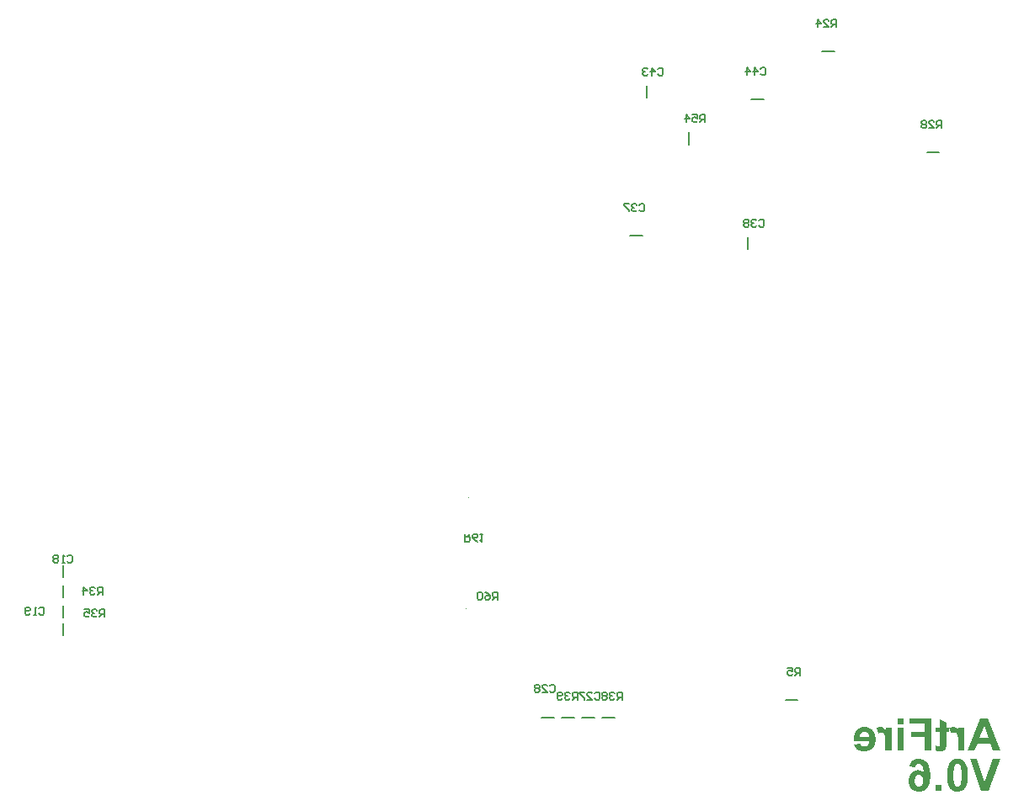
<source format=gbo>
%FSLAX25Y25*%
%MOIN*%
G70*
G01*
G75*
G04 Layer_Color=32896*
%ADD10R,0.09449X0.07087*%
%ADD11O,0.02756X0.09843*%
%ADD12R,0.03937X0.11417*%
%ADD13R,0.40945X0.31496*%
%ADD14R,0.05512X0.04724*%
%ADD15R,0.04724X0.05512*%
%ADD16R,0.21654X0.23228*%
%ADD17R,0.03543X0.07087*%
%ADD18R,0.04528X0.02362*%
%ADD19R,0.06693X0.06693*%
%ADD20R,0.09252X0.20276*%
%ADD21R,0.07992X0.08976*%
%ADD22R,0.09843X0.05512*%
%ADD23R,0.06693X0.06693*%
%ADD24R,0.19685X0.31496*%
%ADD25R,0.09449X0.03937*%
%ADD26R,0.09449X0.12992*%
%ADD27R,0.08465X0.11221*%
G04:AMPARAMS|DCode=28|XSize=11.81mil|YSize=59.06mil|CornerRadius=2.95mil|HoleSize=0mil|Usage=FLASHONLY|Rotation=90.000|XOffset=0mil|YOffset=0mil|HoleType=Round|Shape=RoundedRectangle|*
%AMROUNDEDRECTD28*
21,1,0.01181,0.05315,0,0,90.0*
21,1,0.00591,0.05906,0,0,90.0*
1,1,0.00591,0.02658,0.00295*
1,1,0.00591,0.02658,-0.00295*
1,1,0.00591,-0.02658,-0.00295*
1,1,0.00591,-0.02658,0.00295*
%
%ADD28ROUNDEDRECTD28*%
G04:AMPARAMS|DCode=29|XSize=11.81mil|YSize=59.06mil|CornerRadius=2.95mil|HoleSize=0mil|Usage=FLASHONLY|Rotation=180.000|XOffset=0mil|YOffset=0mil|HoleType=Round|Shape=RoundedRectangle|*
%AMROUNDEDRECTD29*
21,1,0.01181,0.05315,0,0,180.0*
21,1,0.00591,0.05906,0,0,180.0*
1,1,0.00591,-0.00295,0.02658*
1,1,0.00591,0.00295,0.02658*
1,1,0.00591,0.00295,-0.02658*
1,1,0.00591,-0.00295,-0.02658*
%
%ADD29ROUNDEDRECTD29*%
%ADD30R,0.07874X0.03150*%
%ADD31R,0.07874X0.02992*%
%ADD32O,0.06102X0.00984*%
%ADD33O,0.00984X0.06102*%
%ADD34O,0.08858X0.02362*%
%ADD35O,0.09843X0.02756*%
%ADD36R,0.07284X0.16339*%
%ADD37R,0.02362X0.04528*%
%ADD38R,0.20276X0.09252*%
G04:AMPARAMS|DCode=39|XSize=25.59mil|YSize=64.96mil|CornerRadius=1.92mil|HoleSize=0mil|Usage=FLASHONLY|Rotation=0.000|XOffset=0mil|YOffset=0mil|HoleType=Round|Shape=RoundedRectangle|*
%AMROUNDEDRECTD39*
21,1,0.02559,0.06112,0,0,0.0*
21,1,0.02175,0.06496,0,0,0.0*
1,1,0.00384,0.01088,-0.03056*
1,1,0.00384,-0.01088,-0.03056*
1,1,0.00384,-0.01088,0.03056*
1,1,0.00384,0.01088,0.03056*
%
%ADD39ROUNDEDRECTD39*%
%ADD40C,0.01000*%
%ADD41C,0.04000*%
%ADD42C,0.02000*%
%ADD43C,0.10000*%
%ADD44C,0.12000*%
%ADD45C,0.07874*%
%ADD46O,0.07874X0.03937*%
%ADD47O,0.07874X0.03937*%
%ADD48C,0.10000*%
%ADD49C,0.05906*%
%ADD50R,0.05906X0.05906*%
%ADD51C,0.06299*%
%ADD52C,0.11000*%
%ADD53C,0.15748*%
%ADD54R,0.07284X0.07284*%
%ADD55C,0.07284*%
%ADD56R,0.07874X0.07874*%
%ADD57C,0.11811*%
%ADD58C,0.01500*%
%ADD59C,0.01600*%
%ADD60C,0.03500*%
%ADD61C,0.06000*%
%ADD62C,0.03000*%
%ADD63C,0.07000*%
%ADD64R,0.02165X0.03543*%
%ADD65C,0.00984*%
%ADD66C,0.00787*%
%ADD67C,0.01969*%
%ADD68C,0.02362*%
%ADD69C,0.00800*%
%ADD70C,0.00600*%
%ADD71R,0.10249X0.07887*%
%ADD72O,0.03556X0.10642*%
%ADD73R,0.04737X0.12217*%
%ADD74R,0.41745X0.32296*%
%ADD75R,0.06312X0.05524*%
%ADD76R,0.05524X0.06312*%
%ADD77R,0.22453X0.24028*%
%ADD78R,0.04343X0.07887*%
%ADD79R,0.05328X0.03162*%
%ADD80R,0.07493X0.07493*%
%ADD81R,0.10052X0.21076*%
%ADD82R,0.08792X0.09776*%
%ADD83R,0.10642X0.06312*%
%ADD84R,0.07493X0.07493*%
%ADD85R,0.20485X0.32296*%
%ADD86R,0.10249X0.04737*%
%ADD87R,0.10249X0.13792*%
%ADD88R,0.09265X0.12020*%
G04:AMPARAMS|DCode=89|XSize=19.81mil|YSize=67.06mil|CornerRadius=6.95mil|HoleSize=0mil|Usage=FLASHONLY|Rotation=90.000|XOffset=0mil|YOffset=0mil|HoleType=Round|Shape=RoundedRectangle|*
%AMROUNDEDRECTD89*
21,1,0.01981,0.05315,0,0,90.0*
21,1,0.00591,0.06706,0,0,90.0*
1,1,0.01391,0.02658,0.00295*
1,1,0.01391,0.02658,-0.00295*
1,1,0.01391,-0.02658,-0.00295*
1,1,0.01391,-0.02658,0.00295*
%
%ADD89ROUNDEDRECTD89*%
G04:AMPARAMS|DCode=90|XSize=19.81mil|YSize=67.06mil|CornerRadius=6.95mil|HoleSize=0mil|Usage=FLASHONLY|Rotation=180.000|XOffset=0mil|YOffset=0mil|HoleType=Round|Shape=RoundedRectangle|*
%AMROUNDEDRECTD90*
21,1,0.01981,0.05315,0,0,180.0*
21,1,0.00591,0.06706,0,0,180.0*
1,1,0.01391,-0.00295,0.02658*
1,1,0.01391,0.00295,0.02658*
1,1,0.01391,0.00295,-0.02658*
1,1,0.01391,-0.00295,-0.02658*
%
%ADD90ROUNDEDRECTD90*%
%ADD91R,0.08674X0.03950*%
%ADD92R,0.08674X0.03792*%
%ADD93O,0.06902X0.01784*%
%ADD94O,0.01784X0.06902*%
%ADD95O,0.09658X0.03162*%
%ADD96O,0.10642X0.03556*%
%ADD97R,0.08083X0.17139*%
%ADD98R,0.03162X0.05328*%
%ADD99R,0.21076X0.10052*%
G04:AMPARAMS|DCode=100|XSize=33.59mil|YSize=72.96mil|CornerRadius=5.92mil|HoleSize=0mil|Usage=FLASHONLY|Rotation=0.000|XOffset=0mil|YOffset=0mil|HoleType=Round|Shape=RoundedRectangle|*
%AMROUNDEDRECTD100*
21,1,0.03359,0.06112,0,0,0.0*
21,1,0.02175,0.07296,0,0,0.0*
1,1,0.01184,0.01088,-0.03056*
1,1,0.01184,-0.01088,-0.03056*
1,1,0.01184,-0.01088,0.03056*
1,1,0.01184,0.01088,0.03056*
%
%ADD100ROUNDEDRECTD100*%
%ADD101C,0.08674*%
%ADD102O,0.08674X0.04737*%
%ADD103O,0.08674X0.04737*%
%ADD104C,0.10800*%
%ADD105C,0.06706*%
%ADD106R,0.06706X0.06706*%
%ADD107C,0.07099*%
%ADD108C,0.11800*%
%ADD109C,0.16548*%
%ADD110R,0.08083X0.08083*%
%ADD111C,0.08083*%
%ADD112R,0.08674X0.08674*%
%ADD113C,0.12611*%
%ADD114R,0.02965X0.04343*%
%ADD115C,0.00394*%
G36*
X369892Y-304526D02*
X370093Y-304557D01*
X370278Y-304603D01*
X370448Y-304649D01*
X370571Y-304711D01*
X370679Y-304757D01*
X370741Y-304788D01*
X370756Y-304804D01*
X370926Y-304943D01*
X371111Y-305112D01*
X371281Y-305328D01*
X371451Y-305529D01*
X371589Y-305730D01*
X371697Y-305884D01*
X371728Y-305945D01*
X371759Y-305992D01*
X371790Y-306023D01*
Y-304711D01*
X374074D01*
Y-314000D01*
X371620D01*
Y-311145D01*
Y-310713D01*
X371605Y-310328D01*
Y-309973D01*
X371589Y-309649D01*
X371574Y-309371D01*
X371559Y-309109D01*
X371543Y-308893D01*
X371512Y-308692D01*
X371497Y-308522D01*
X371481Y-308383D01*
X371466Y-308276D01*
X371451Y-308183D01*
X371435Y-308106D01*
Y-308060D01*
X371420Y-308044D01*
Y-308029D01*
X371343Y-307766D01*
X371250Y-307550D01*
X371158Y-307381D01*
X371065Y-307242D01*
X370988Y-307134D01*
X370926Y-307072D01*
X370880Y-307026D01*
X370864Y-307010D01*
X370725Y-306918D01*
X370571Y-306840D01*
X370417Y-306794D01*
X370278Y-306748D01*
X370170Y-306733D01*
X370062Y-306717D01*
X369985D01*
X369784Y-306733D01*
X369568Y-306779D01*
X369383Y-306856D01*
X369198Y-306918D01*
X369044Y-306995D01*
X368936Y-307072D01*
X368858Y-307118D01*
X368828Y-307134D01*
X368056Y-304989D01*
X368349Y-304835D01*
X368642Y-304711D01*
X368920Y-304634D01*
X369167Y-304572D01*
X369368Y-304541D01*
X369537Y-304511D01*
X369676D01*
X369892Y-304526D01*
D02*
G37*
G36*
X378934Y-314000D02*
X376481D01*
Y-304711D01*
X378934D01*
Y-314000D01*
D02*
G37*
G36*
X389843D02*
X387251D01*
Y-308553D01*
X381897D01*
Y-306393D01*
X387251D01*
Y-303338D01*
X381048D01*
Y-301178D01*
X389843D01*
Y-314000D01*
D02*
G37*
G36*
X385075Y-317147D02*
X385430Y-317193D01*
X385770Y-317270D01*
X386094Y-317378D01*
X386402Y-317486D01*
X386680Y-317625D01*
X386942Y-317764D01*
X387174Y-317903D01*
X387374Y-318057D01*
X387560Y-318196D01*
X387714Y-318335D01*
X387853Y-318443D01*
X387945Y-318551D01*
X388022Y-318628D01*
X388069Y-318674D01*
X388084Y-318690D01*
X388316Y-318998D01*
X388516Y-319353D01*
X388686Y-319739D01*
X388840Y-320140D01*
X388964Y-320557D01*
X389056Y-320973D01*
X389149Y-321406D01*
X389211Y-321807D01*
X389272Y-322208D01*
X389319Y-322578D01*
X389334Y-322902D01*
X389365Y-323195D01*
Y-323427D01*
X389380Y-323535D01*
Y-323612D01*
Y-323674D01*
Y-323720D01*
Y-323751D01*
Y-323766D01*
X389365Y-324383D01*
X389319Y-324970D01*
X389257Y-325494D01*
X389180Y-325988D01*
X389087Y-326436D01*
X388979Y-326852D01*
X388871Y-327207D01*
X388748Y-327531D01*
X388640Y-327809D01*
X388532Y-328056D01*
X388424Y-328256D01*
X388331Y-328426D01*
X388239Y-328550D01*
X388177Y-328642D01*
X388146Y-328704D01*
X388130Y-328719D01*
X387884Y-328982D01*
X387637Y-329213D01*
X387374Y-329414D01*
X387112Y-329583D01*
X386834Y-329722D01*
X386572Y-329846D01*
X386325Y-329954D01*
X386078Y-330031D01*
X385847Y-330093D01*
X385631Y-330139D01*
X385430Y-330170D01*
X385276Y-330185D01*
X385137Y-330201D01*
X385029Y-330216D01*
X384952D01*
X384612Y-330201D01*
X384304Y-330170D01*
X383995Y-330108D01*
X383717Y-330031D01*
X383455Y-329938D01*
X383208Y-329846D01*
X382977Y-329738D01*
X382776Y-329630D01*
X382591Y-329522D01*
X382437Y-329414D01*
X382298Y-329321D01*
X382190Y-329228D01*
X382097Y-329151D01*
X382020Y-329090D01*
X381989Y-329059D01*
X381974Y-329043D01*
X381773Y-328812D01*
X381588Y-328565D01*
X381434Y-328303D01*
X381310Y-328040D01*
X381187Y-327778D01*
X381094Y-327516D01*
X381017Y-327269D01*
X380956Y-327022D01*
X380909Y-326775D01*
X380878Y-326574D01*
X380848Y-326374D01*
X380832Y-326204D01*
X380817Y-326065D01*
Y-325973D01*
Y-325896D01*
Y-325880D01*
X380832Y-325541D01*
X380863Y-325217D01*
X380925Y-324908D01*
X380986Y-324630D01*
X381079Y-324353D01*
X381171Y-324106D01*
X381264Y-323874D01*
X381372Y-323674D01*
X381480Y-323488D01*
X381573Y-323319D01*
X381665Y-323180D01*
X381758Y-323072D01*
X381820Y-322979D01*
X381881Y-322902D01*
X381912Y-322871D01*
X381928Y-322856D01*
X382144Y-322655D01*
X382360Y-322470D01*
X382576Y-322316D01*
X382807Y-322177D01*
X383023Y-322069D01*
X383239Y-321976D01*
X383455Y-321884D01*
X383656Y-321822D01*
X383841Y-321776D01*
X384026Y-321745D01*
X384180Y-321714D01*
X384304Y-321699D01*
X384412Y-321683D01*
X384566D01*
X384813Y-321699D01*
X385060Y-321729D01*
X385276Y-321791D01*
X385492Y-321853D01*
X385878Y-322023D01*
X386063Y-322131D01*
X386217Y-322223D01*
X386356Y-322331D01*
X386479Y-322439D01*
X386588Y-322532D01*
X386680Y-322609D01*
X386757Y-322671D01*
X386804Y-322732D01*
X386834Y-322763D01*
X386850Y-322779D01*
X386819Y-322378D01*
X386773Y-322023D01*
X386742Y-321699D01*
X386680Y-321390D01*
X386634Y-321128D01*
X386572Y-320896D01*
X386510Y-320680D01*
X386464Y-320495D01*
X386402Y-320341D01*
X386356Y-320217D01*
X386294Y-320109D01*
X386263Y-320017D01*
X386217Y-319955D01*
X386186Y-319909D01*
X386171Y-319893D01*
Y-319878D01*
X386063Y-319755D01*
X385955Y-319647D01*
X385739Y-319461D01*
X385507Y-319338D01*
X385307Y-319261D01*
X385122Y-319199D01*
X384967Y-319184D01*
X384875Y-319168D01*
X384844D01*
X384628Y-319184D01*
X384443Y-319230D01*
X384288Y-319276D01*
X384150Y-319338D01*
X384042Y-319415D01*
X383949Y-319461D01*
X383903Y-319508D01*
X383887Y-319523D01*
X383764Y-319662D01*
X383656Y-319832D01*
X383579Y-320001D01*
X383517Y-320186D01*
X383471Y-320341D01*
X383440Y-320464D01*
X383424Y-320557D01*
Y-320572D01*
Y-320588D01*
X381048Y-320341D01*
X381110Y-320063D01*
X381187Y-319785D01*
X381264Y-319538D01*
X381357Y-319307D01*
X381449Y-319091D01*
X381557Y-318906D01*
X381665Y-318721D01*
X381773Y-318566D01*
X381866Y-318427D01*
X381959Y-318304D01*
X382051Y-318196D01*
X382128Y-318119D01*
X382190Y-318057D01*
X382236Y-317996D01*
X382267Y-317980D01*
X382282Y-317965D01*
X382468Y-317810D01*
X382653Y-317687D01*
X382853Y-317579D01*
X383054Y-317486D01*
X383471Y-317332D01*
X383841Y-317239D01*
X384026Y-317193D01*
X384180Y-317178D01*
X384319Y-317162D01*
X384443Y-317147D01*
X384551Y-317131D01*
X384690D01*
X385075Y-317147D01*
D02*
G37*
G36*
X400490D02*
X400814Y-317193D01*
X401107Y-317255D01*
X401385Y-317332D01*
X401647Y-317440D01*
X401894Y-317548D01*
X402110Y-317671D01*
X402295Y-317779D01*
X402480Y-317903D01*
X402619Y-318026D01*
X402758Y-318134D01*
X402866Y-318242D01*
X402943Y-318320D01*
X403005Y-318381D01*
X403036Y-318427D01*
X403051Y-318443D01*
X403267Y-318767D01*
X403468Y-319122D01*
X403638Y-319523D01*
X403777Y-319940D01*
X403900Y-320356D01*
X403993Y-320804D01*
X404085Y-321236D01*
X404147Y-321652D01*
X404193Y-322054D01*
X404239Y-322424D01*
X404255Y-322779D01*
X404286Y-323072D01*
Y-323319D01*
X404301Y-323411D01*
Y-323504D01*
Y-323566D01*
Y-323612D01*
Y-323643D01*
Y-323658D01*
X404286Y-324322D01*
X404255Y-324939D01*
X404193Y-325494D01*
X404116Y-326019D01*
X404039Y-326482D01*
X403946Y-326899D01*
X403838Y-327269D01*
X403730Y-327608D01*
X403622Y-327886D01*
X403514Y-328133D01*
X403422Y-328334D01*
X403344Y-328503D01*
X403267Y-328627D01*
X403206Y-328719D01*
X403175Y-328766D01*
X403159Y-328781D01*
X402943Y-329028D01*
X402696Y-329259D01*
X402450Y-329445D01*
X402203Y-329614D01*
X401956Y-329753D01*
X401709Y-329861D01*
X401462Y-329954D01*
X401230Y-330031D01*
X400999Y-330093D01*
X400799Y-330139D01*
X400613Y-330170D01*
X400459Y-330201D01*
X400336D01*
X400228Y-330216D01*
X400150D01*
X399811Y-330201D01*
X399487Y-330154D01*
X399194Y-330093D01*
X398916Y-330015D01*
X398654Y-329907D01*
X398407Y-329799D01*
X398191Y-329691D01*
X398006Y-329568D01*
X397820Y-329445D01*
X397682Y-329337D01*
X397543Y-329213D01*
X397435Y-329120D01*
X397358Y-329043D01*
X397296Y-328982D01*
X397265Y-328935D01*
X397250Y-328920D01*
X397034Y-328596D01*
X396833Y-328241D01*
X396663Y-327840D01*
X396524Y-327423D01*
X396401Y-326991D01*
X396293Y-326559D01*
X396216Y-326127D01*
X396139Y-325695D01*
X396092Y-325294D01*
X396046Y-324923D01*
X396015Y-324584D01*
X396000Y-324275D01*
Y-324029D01*
X395984Y-323936D01*
Y-323843D01*
Y-323782D01*
Y-323735D01*
Y-323705D01*
Y-323689D01*
X396000Y-323026D01*
X396031Y-322424D01*
X396092Y-321853D01*
X396185Y-321344D01*
X396277Y-320865D01*
X396386Y-320433D01*
X396494Y-320048D01*
X396602Y-319708D01*
X396725Y-319415D01*
X396833Y-319168D01*
X396941Y-318952D01*
X397034Y-318782D01*
X397111Y-318643D01*
X397172Y-318551D01*
X397219Y-318489D01*
X397234Y-318474D01*
X397435Y-318242D01*
X397666Y-318026D01*
X397898Y-317857D01*
X398129Y-317702D01*
X398376Y-317563D01*
X398623Y-317455D01*
X398854Y-317363D01*
X399086Y-317301D01*
X399302Y-317239D01*
X399502Y-317209D01*
X399688Y-317178D01*
X399842Y-317147D01*
X399965D01*
X400073Y-317131D01*
X400150D01*
X400490Y-317147D01*
D02*
G37*
G36*
X393824Y-330000D02*
X391371D01*
Y-327547D01*
X393824D01*
Y-330000D01*
D02*
G37*
G36*
X412417D02*
X409624D01*
X405057Y-317178D01*
X407819D01*
X410951Y-326667D01*
X414207Y-317178D01*
X417000D01*
X412417Y-330000D01*
D02*
G37*
G36*
X395707Y-302859D02*
Y-304711D01*
X396833D01*
Y-306671D01*
X395707D01*
Y-310729D01*
Y-310960D01*
Y-311176D01*
Y-311377D01*
X395691Y-311547D01*
Y-311716D01*
X395676Y-311855D01*
Y-311979D01*
X395660Y-312087D01*
Y-312256D01*
X395645Y-312364D01*
X395629Y-312442D01*
Y-312457D01*
X395583Y-312673D01*
X395537Y-312874D01*
X395475Y-313028D01*
X395429Y-313167D01*
X395367Y-313290D01*
X395336Y-313367D01*
X395305Y-313414D01*
X395290Y-313429D01*
X395182Y-313552D01*
X395058Y-313661D01*
X394935Y-313769D01*
X394812Y-313846D01*
X394704Y-313907D01*
X394611Y-313954D01*
X394534Y-313985D01*
X394518Y-314000D01*
X394318Y-314077D01*
X394102Y-314123D01*
X393901Y-314170D01*
X393716Y-314185D01*
X393546Y-314201D01*
X393423Y-314216D01*
X393315D01*
X392914Y-314201D01*
X392559Y-314154D01*
X392219Y-314108D01*
X391942Y-314031D01*
X391695Y-313969D01*
X391602Y-313938D01*
X391525Y-313923D01*
X391463Y-313892D01*
X391417Y-313877D01*
X391386Y-313861D01*
X391371D01*
X391587Y-311948D01*
X391818Y-312025D01*
X392019Y-312087D01*
X392189Y-312118D01*
X392327Y-312148D01*
X392435Y-312164D01*
X392513Y-312179D01*
X392574D01*
X392744Y-312164D01*
X392867Y-312118D01*
X392960Y-312087D01*
X392975Y-312071D01*
X392991D01*
X393099Y-311963D01*
X393161Y-311871D01*
X393192Y-311793D01*
X393207Y-311763D01*
Y-311716D01*
X393222Y-311639D01*
Y-311562D01*
X393238Y-311470D01*
Y-311253D01*
X393253Y-311022D01*
Y-310791D01*
Y-310605D01*
Y-310528D01*
Y-310467D01*
Y-310436D01*
Y-310420D01*
Y-306671D01*
X391571D01*
Y-304711D01*
X393253D01*
Y-301425D01*
X395707Y-302859D01*
D02*
G37*
G36*
X378934Y-303446D02*
X376481D01*
Y-301178D01*
X378934D01*
Y-303446D01*
D02*
G37*
G36*
X363813Y-304526D02*
X364137Y-304572D01*
X364430Y-304634D01*
X364723Y-304711D01*
X364985Y-304819D01*
X365248Y-304927D01*
X365479Y-305051D01*
X365680Y-305159D01*
X365865Y-305282D01*
X366035Y-305405D01*
X366174Y-305514D01*
X366297Y-305622D01*
X366390Y-305699D01*
X366451Y-305760D01*
X366498Y-305807D01*
X366513Y-305822D01*
X366729Y-306084D01*
X366914Y-306347D01*
X367069Y-306640D01*
X367207Y-306948D01*
X367331Y-307242D01*
X367423Y-307550D01*
X367501Y-307843D01*
X367562Y-308121D01*
X367609Y-308399D01*
X367655Y-308646D01*
X367686Y-308877D01*
X367701Y-309062D01*
Y-309232D01*
X367717Y-309340D01*
Y-309417D01*
Y-309448D01*
X367701Y-309803D01*
X367670Y-310142D01*
X367639Y-310451D01*
X367578Y-310760D01*
X367501Y-311037D01*
X367423Y-311300D01*
X367346Y-311547D01*
X367254Y-311763D01*
X367177Y-311963D01*
X367099Y-312133D01*
X367022Y-312287D01*
X366945Y-312411D01*
X366883Y-312519D01*
X366852Y-312580D01*
X366822Y-312627D01*
X366806Y-312642D01*
X366575Y-312920D01*
X366312Y-313167D01*
X366050Y-313367D01*
X365757Y-313552D01*
X365464Y-313707D01*
X365155Y-313830D01*
X364862Y-313938D01*
X364569Y-314015D01*
X364307Y-314077D01*
X364044Y-314139D01*
X363813Y-314170D01*
X363612Y-314185D01*
X363442Y-314201D01*
X363319Y-314216D01*
X363211D01*
X362933Y-314201D01*
X362655Y-314185D01*
X362162Y-314108D01*
X361946Y-314062D01*
X361730Y-314000D01*
X361545Y-313938D01*
X361359Y-313861D01*
X361205Y-313799D01*
X361066Y-313738D01*
X360943Y-313676D01*
X360850Y-313630D01*
X360773Y-313583D01*
X360711Y-313552D01*
X360681Y-313522D01*
X360665D01*
X360480Y-313383D01*
X360310Y-313229D01*
X360002Y-312905D01*
X359739Y-312565D01*
X359539Y-312241D01*
X359369Y-311932D01*
X359307Y-311809D01*
X359261Y-311685D01*
X359215Y-311593D01*
X359184Y-311531D01*
X359168Y-311485D01*
Y-311470D01*
X361622Y-311053D01*
X361714Y-311300D01*
X361807Y-311516D01*
X361915Y-311685D01*
X362007Y-311824D01*
X362100Y-311932D01*
X362177Y-312010D01*
X362224Y-312056D01*
X362239Y-312071D01*
X362393Y-312179D01*
X362547Y-312256D01*
X362717Y-312303D01*
X362856Y-312334D01*
X362995Y-312364D01*
X363103Y-312380D01*
X363196D01*
X363504Y-312349D01*
X363782Y-312287D01*
X364013Y-312195D01*
X364229Y-312071D01*
X364384Y-311963D01*
X364507Y-311871D01*
X364584Y-311809D01*
X364615Y-311778D01*
X364800Y-311531D01*
X364955Y-311253D01*
X365047Y-310976D01*
X365124Y-310698D01*
X365171Y-310451D01*
X365186Y-310343D01*
Y-310250D01*
X365201Y-310173D01*
Y-310112D01*
Y-310081D01*
Y-310065D01*
X359045D01*
Y-309556D01*
X359076Y-309078D01*
X359138Y-308630D01*
X359199Y-308229D01*
X359292Y-307843D01*
X359384Y-307504D01*
X359492Y-307195D01*
X359600Y-306918D01*
X359708Y-306671D01*
X359816Y-306470D01*
X359924Y-306285D01*
X360017Y-306146D01*
X360094Y-306023D01*
X360156Y-305945D01*
X360187Y-305899D01*
X360202Y-305884D01*
X360434Y-305637D01*
X360681Y-305436D01*
X360943Y-305251D01*
X361221Y-305097D01*
X361483Y-304958D01*
X361761Y-304850D01*
X362023Y-304757D01*
X362285Y-304680D01*
X362532Y-304619D01*
X362748Y-304588D01*
X362949Y-304557D01*
X363134Y-304526D01*
X363273D01*
X363381Y-304511D01*
X363473D01*
X363813Y-304526D01*
D02*
G37*
G36*
X398715D02*
X398916Y-304557D01*
X399101Y-304603D01*
X399271Y-304649D01*
X399394Y-304711D01*
X399502Y-304757D01*
X399564Y-304788D01*
X399580Y-304804D01*
X399749Y-304943D01*
X399934Y-305112D01*
X400104Y-305328D01*
X400274Y-305529D01*
X400413Y-305730D01*
X400521Y-305884D01*
X400552Y-305945D01*
X400583Y-305992D01*
X400613Y-306023D01*
Y-304711D01*
X402897D01*
Y-314000D01*
X400444D01*
Y-311145D01*
Y-310713D01*
X400428Y-310328D01*
Y-309973D01*
X400413Y-309649D01*
X400397Y-309371D01*
X400382Y-309109D01*
X400366Y-308893D01*
X400336Y-308692D01*
X400320Y-308522D01*
X400305Y-308383D01*
X400289Y-308276D01*
X400274Y-308183D01*
X400258Y-308106D01*
Y-308060D01*
X400243Y-308044D01*
Y-308029D01*
X400166Y-307766D01*
X400073Y-307550D01*
X399981Y-307381D01*
X399888Y-307242D01*
X399811Y-307134D01*
X399749Y-307072D01*
X399703Y-307026D01*
X399688Y-307010D01*
X399549Y-306918D01*
X399394Y-306840D01*
X399240Y-306794D01*
X399101Y-306748D01*
X398993Y-306733D01*
X398885Y-306717D01*
X398808D01*
X398607Y-306733D01*
X398391Y-306779D01*
X398206Y-306856D01*
X398021Y-306918D01*
X397867Y-306995D01*
X397759Y-307072D01*
X397682Y-307118D01*
X397651Y-307134D01*
X396879Y-304989D01*
X397172Y-304835D01*
X397466Y-304711D01*
X397743Y-304634D01*
X397990Y-304572D01*
X398191Y-304541D01*
X398361Y-304511D01*
X398499D01*
X398715Y-304526D01*
D02*
G37*
G36*
X417000Y-314000D02*
X414269D01*
X413204Y-311084D01*
X408081D01*
X406971Y-314000D01*
X404147D01*
X409270Y-301178D01*
X412016D01*
X417000Y-314000D01*
D02*
G37*
%LPC*%
G36*
X363396Y-306393D02*
X363319D01*
X363041Y-306424D01*
X362794Y-306486D01*
X362578Y-306563D01*
X362393Y-306671D01*
X362239Y-306779D01*
X362131Y-306856D01*
X362069Y-306918D01*
X362038Y-306948D01*
X361869Y-307180D01*
X361730Y-307442D01*
X361637Y-307705D01*
X361560Y-307967D01*
X361514Y-308198D01*
X361498Y-308306D01*
Y-308399D01*
X361483Y-308461D01*
Y-308522D01*
Y-308553D01*
Y-308569D01*
X365171D01*
X365155Y-308214D01*
X365093Y-307890D01*
X365001Y-307627D01*
X364908Y-307396D01*
X364816Y-307211D01*
X364723Y-307087D01*
X364661Y-307010D01*
X364646Y-306979D01*
X364445Y-306779D01*
X364214Y-306640D01*
X363998Y-306532D01*
X363782Y-306470D01*
X363597Y-306424D01*
X363458Y-306408D01*
X363396Y-306393D01*
D02*
G37*
G36*
X384983Y-323488D02*
X384952D01*
X384690Y-323519D01*
X384443Y-323581D01*
X384242Y-323674D01*
X384057Y-323782D01*
X383918Y-323890D01*
X383810Y-323982D01*
X383733Y-324044D01*
X383717Y-324075D01*
X383625Y-324198D01*
X383548Y-324322D01*
X383424Y-324615D01*
X383347Y-324908D01*
X383285Y-325217D01*
X383255Y-325479D01*
X383239Y-325602D01*
X383224Y-325711D01*
Y-325788D01*
Y-325849D01*
Y-325896D01*
Y-325911D01*
Y-326127D01*
X383239Y-326328D01*
X383301Y-326698D01*
X383363Y-326991D01*
X383455Y-327238D01*
X383532Y-327423D01*
X383610Y-327547D01*
X383671Y-327624D01*
X383687Y-327655D01*
X383872Y-327824D01*
X384057Y-327963D01*
X384258Y-328056D01*
X384427Y-328117D01*
X384582Y-328148D01*
X384720Y-328164D01*
X384798Y-328179D01*
X384828D01*
X385091Y-328148D01*
X385322Y-328071D01*
X385538Y-327979D01*
X385723Y-327855D01*
X385878Y-327732D01*
X386001Y-327639D01*
X386063Y-327562D01*
X386094Y-327531D01*
X386279Y-327269D01*
X386402Y-326976D01*
X386495Y-326667D01*
X386572Y-326374D01*
X386603Y-326112D01*
X386618Y-325988D01*
Y-325896D01*
X386634Y-325803D01*
Y-325741D01*
Y-325711D01*
Y-325695D01*
X386618Y-325309D01*
X386557Y-324970D01*
X386479Y-324692D01*
X386387Y-324461D01*
X386310Y-324275D01*
X386233Y-324152D01*
X386171Y-324075D01*
X386155Y-324044D01*
X385955Y-323859D01*
X385754Y-323720D01*
X385554Y-323627D01*
X385368Y-323550D01*
X385199Y-323519D01*
X385075Y-323504D01*
X384983Y-323488D01*
D02*
G37*
G36*
X410674Y-304171D02*
X408899Y-308924D01*
X412402D01*
X410674Y-304171D01*
D02*
G37*
G36*
X400228Y-319168D02*
X400150D01*
X399981Y-319184D01*
X399842Y-319214D01*
X399703Y-319261D01*
X399595Y-319307D01*
X399487Y-319369D01*
X399425Y-319415D01*
X399379Y-319446D01*
X399363Y-319461D01*
X399240Y-319585D01*
X399132Y-319755D01*
X399040Y-319940D01*
X398947Y-320125D01*
X398885Y-320310D01*
X398839Y-320449D01*
X398808Y-320511D01*
Y-320557D01*
X398793Y-320572D01*
Y-320588D01*
X398746Y-320757D01*
X398715Y-320958D01*
X398685Y-321189D01*
X398654Y-321436D01*
X398623Y-321946D01*
X398592Y-322455D01*
X398577Y-322702D01*
Y-322933D01*
X398561Y-323134D01*
Y-323319D01*
Y-323473D01*
Y-323597D01*
Y-323658D01*
Y-323689D01*
Y-324090D01*
X398577Y-324476D01*
X398592Y-324816D01*
X398607Y-325140D01*
X398623Y-325433D01*
X398638Y-325695D01*
X398669Y-325926D01*
X398685Y-326127D01*
X398715Y-326312D01*
X398746Y-326466D01*
X398762Y-326590D01*
X398777Y-326698D01*
X398793Y-326775D01*
X398808Y-326837D01*
X398823Y-326868D01*
Y-326883D01*
X398901Y-327145D01*
X398978Y-327361D01*
X399070Y-327531D01*
X399163Y-327670D01*
X399240Y-327778D01*
X399302Y-327840D01*
X399348Y-327886D01*
X399363Y-327902D01*
X399487Y-327994D01*
X399626Y-328056D01*
X399765Y-328117D01*
X399888Y-328148D01*
X399996Y-328164D01*
X400073Y-328179D01*
X400150D01*
X400305Y-328164D01*
X400459Y-328133D01*
X400598Y-328087D01*
X400706Y-328040D01*
X400799Y-327994D01*
X400876Y-327948D01*
X400922Y-327917D01*
X400937Y-327902D01*
X401061Y-327778D01*
X401169Y-327608D01*
X401261Y-327423D01*
X401354Y-327238D01*
X401416Y-327068D01*
X401462Y-326929D01*
X401477Y-326868D01*
X401493Y-326821D01*
X401508Y-326806D01*
Y-326791D01*
X401539Y-326621D01*
X401585Y-326420D01*
X401601Y-326189D01*
X401632Y-325942D01*
X401678Y-325433D01*
X401693Y-324923D01*
X401709Y-324677D01*
Y-324445D01*
X401724Y-324245D01*
Y-324060D01*
Y-323905D01*
Y-323782D01*
Y-323720D01*
Y-323689D01*
Y-323288D01*
X401709Y-322902D01*
X401693Y-322563D01*
X401678Y-322239D01*
X401663Y-321946D01*
X401647Y-321683D01*
X401616Y-321452D01*
X401601Y-321236D01*
X401570Y-321051D01*
X401555Y-320896D01*
X401539Y-320773D01*
X401508Y-320665D01*
X401493Y-320588D01*
Y-320526D01*
X401477Y-320495D01*
Y-320480D01*
X401400Y-320217D01*
X401323Y-320001D01*
X401230Y-319832D01*
X401138Y-319693D01*
X401076Y-319585D01*
X401015Y-319523D01*
X400968Y-319477D01*
X400953Y-319461D01*
X400814Y-319369D01*
X400675Y-319292D01*
X400536Y-319245D01*
X400413Y-319199D01*
X400305Y-319184D01*
X400228Y-319168D01*
D02*
G37*
%LPD*%
D66*
X318638Y-56000D02*
X323362D01*
X277000Y-55362D02*
Y-50638D01*
X317000Y-115362D02*
Y-110638D01*
X270638Y-110000D02*
X275362D01*
X332238Y-293800D02*
X336962D01*
X293800Y-73762D02*
Y-69038D01*
X346638Y-37000D02*
X351362D01*
X388238Y-77000D02*
X392962D01*
X46000Y-268362D02*
Y-263638D01*
Y-261362D02*
Y-256638D01*
Y-253362D02*
Y-248638D01*
Y-245362D02*
Y-240638D01*
X235638Y-301000D02*
X240362D01*
X243638D02*
X248362D01*
X251638D02*
X256362D01*
X259638D02*
X264362D01*
D70*
X300300Y-64900D02*
Y-61901D01*
X298800D01*
X298301Y-62401D01*
Y-63401D01*
X298800Y-63900D01*
X300300D01*
X299300D02*
X298301Y-64900D01*
X295302Y-61901D02*
X297301D01*
Y-63401D01*
X296301Y-62901D01*
X295801D01*
X295302Y-63401D01*
Y-64400D01*
X295801Y-64900D01*
X296801D01*
X297301Y-64400D01*
X292802Y-64900D02*
Y-61901D01*
X294302Y-63401D01*
X292303D01*
X249800Y-293800D02*
Y-290801D01*
X248301D01*
X247801Y-291301D01*
Y-292301D01*
X248301Y-292800D01*
X249800D01*
X248800D02*
X247801Y-293800D01*
X246801Y-291301D02*
X246301Y-290801D01*
X245302D01*
X244802Y-291301D01*
Y-291801D01*
X245302Y-292301D01*
X245801D01*
X245302D01*
X244802Y-292800D01*
Y-293300D01*
X245302Y-293800D01*
X246301D01*
X246801Y-293300D01*
X243802D02*
X243302Y-293800D01*
X242302D01*
X241803Y-293300D01*
Y-291301D01*
X242302Y-290801D01*
X243302D01*
X243802Y-291301D01*
Y-291801D01*
X243302Y-292301D01*
X241803D01*
X267400Y-293800D02*
Y-290801D01*
X265900D01*
X265401Y-291301D01*
Y-292301D01*
X265900Y-292800D01*
X267400D01*
X266400D02*
X265401Y-293800D01*
X264401Y-291301D02*
X263901Y-290801D01*
X262901D01*
X262402Y-291301D01*
Y-291801D01*
X262901Y-292301D01*
X263401D01*
X262901D01*
X262402Y-292800D01*
Y-293300D01*
X262901Y-293800D01*
X263901D01*
X264401Y-293300D01*
X261402Y-291301D02*
X260902Y-290801D01*
X259902D01*
X259403Y-291301D01*
Y-291801D01*
X259902Y-292301D01*
X259403Y-292800D01*
Y-293300D01*
X259902Y-293800D01*
X260902D01*
X261402Y-293300D01*
Y-292800D01*
X260902Y-292301D01*
X261402Y-291801D01*
Y-291301D01*
X260902Y-292301D02*
X259902D01*
X62600Y-261000D02*
Y-258001D01*
X61101D01*
X60601Y-258501D01*
Y-259501D01*
X61101Y-260000D01*
X62600D01*
X61600D02*
X60601Y-261000D01*
X59601Y-258501D02*
X59101Y-258001D01*
X58101D01*
X57602Y-258501D01*
Y-259001D01*
X58101Y-259501D01*
X58601D01*
X58101D01*
X57602Y-260000D01*
Y-260500D01*
X58101Y-261000D01*
X59101D01*
X59601Y-260500D01*
X54603Y-258001D02*
X56602D01*
Y-259501D01*
X55602Y-259001D01*
X55102D01*
X54603Y-259501D01*
Y-260500D01*
X55102Y-261000D01*
X56102D01*
X56602Y-260500D01*
X61800Y-252200D02*
Y-249201D01*
X60300D01*
X59801Y-249701D01*
Y-250700D01*
X60300Y-251200D01*
X61800D01*
X60800D02*
X59801Y-252200D01*
X58801Y-249701D02*
X58301Y-249201D01*
X57301D01*
X56802Y-249701D01*
Y-250201D01*
X57301Y-250700D01*
X57801D01*
X57301D01*
X56802Y-251200D01*
Y-251700D01*
X57301Y-252200D01*
X58301D01*
X58801Y-251700D01*
X54302Y-252200D02*
Y-249201D01*
X55802Y-250700D01*
X53803D01*
X393900Y-67300D02*
Y-64301D01*
X392401D01*
X391901Y-64801D01*
Y-65800D01*
X392401Y-66300D01*
X393900D01*
X392900D02*
X391901Y-67300D01*
X388902D02*
X390901D01*
X388902Y-65301D01*
Y-64801D01*
X389402Y-64301D01*
X390401D01*
X390901Y-64801D01*
X387902D02*
X387402Y-64301D01*
X386402D01*
X385903Y-64801D01*
Y-65301D01*
X386402Y-65800D01*
X385903Y-66300D01*
Y-66800D01*
X386402Y-67300D01*
X387402D01*
X387902Y-66800D01*
Y-66300D01*
X387402Y-65800D01*
X387902Y-65301D01*
Y-64801D01*
X387402Y-65800D02*
X386402D01*
X352300Y-27300D02*
Y-24301D01*
X350800D01*
X350301Y-24801D01*
Y-25800D01*
X350800Y-26300D01*
X352300D01*
X351300D02*
X350301Y-27300D01*
X347302D02*
X349301D01*
X347302Y-25301D01*
Y-24801D01*
X347801Y-24301D01*
X348801D01*
X349301Y-24801D01*
X344802Y-27300D02*
Y-24301D01*
X346302Y-25800D01*
X344303D01*
X337900Y-284100D02*
Y-281101D01*
X336401D01*
X335901Y-281601D01*
Y-282600D01*
X336401Y-283100D01*
X337900D01*
X336900D02*
X335901Y-284100D01*
X332902Y-281101D02*
X334901D01*
Y-282600D01*
X333901Y-282101D01*
X333401D01*
X332902Y-282600D01*
Y-283600D01*
X333401Y-284100D01*
X334401D01*
X334901Y-283600D01*
X322301Y-43801D02*
X322800Y-43301D01*
X323800D01*
X324300Y-43801D01*
Y-45800D01*
X323800Y-46300D01*
X322800D01*
X322301Y-45800D01*
X319801Y-46300D02*
Y-43301D01*
X321301Y-44800D01*
X319302D01*
X316802Y-46300D02*
Y-43301D01*
X318302Y-44800D01*
X316303D01*
X281501Y-44001D02*
X282000Y-43501D01*
X283000D01*
X283500Y-44001D01*
Y-46000D01*
X283000Y-46500D01*
X282000D01*
X281501Y-46000D01*
X279001Y-46500D02*
Y-43501D01*
X280501Y-45000D01*
X278502D01*
X277502Y-44001D02*
X277002Y-43501D01*
X276002D01*
X275503Y-44001D01*
Y-44501D01*
X276002Y-45000D01*
X276502D01*
X276002D01*
X275503Y-45500D01*
Y-46000D01*
X276002Y-46500D01*
X277002D01*
X277502Y-46000D01*
X321501Y-104001D02*
X322001Y-103501D01*
X323000D01*
X323500Y-104001D01*
Y-106000D01*
X323000Y-106500D01*
X322001D01*
X321501Y-106000D01*
X320501Y-104001D02*
X320001Y-103501D01*
X319002D01*
X318502Y-104001D01*
Y-104501D01*
X319002Y-105000D01*
X319501D01*
X319002D01*
X318502Y-105500D01*
Y-106000D01*
X319002Y-106500D01*
X320001D01*
X320501Y-106000D01*
X317502Y-104001D02*
X317002Y-103501D01*
X316002D01*
X315503Y-104001D01*
Y-104501D01*
X316002Y-105000D01*
X315503Y-105500D01*
Y-106000D01*
X316002Y-106500D01*
X317002D01*
X317502Y-106000D01*
Y-105500D01*
X317002Y-105000D01*
X317502Y-104501D01*
Y-104001D01*
X317002Y-105000D02*
X316002D01*
X274301Y-97801D02*
X274800Y-97301D01*
X275800D01*
X276300Y-97801D01*
Y-99800D01*
X275800Y-100300D01*
X274800D01*
X274301Y-99800D01*
X273301Y-97801D02*
X272801Y-97301D01*
X271801D01*
X271302Y-97801D01*
Y-98301D01*
X271801Y-98800D01*
X272301D01*
X271801D01*
X271302Y-99300D01*
Y-99800D01*
X271801Y-100300D01*
X272801D01*
X273301Y-99800D01*
X270302Y-97301D02*
X268303D01*
Y-97801D01*
X270302Y-99800D01*
Y-100300D01*
X238784Y-288294D02*
X239283Y-287794D01*
X240283D01*
X240783Y-288294D01*
Y-290293D01*
X240283Y-290793D01*
X239283D01*
X238784Y-290293D01*
X235785Y-290793D02*
X237784D01*
X235785Y-288793D01*
Y-288294D01*
X236284Y-287794D01*
X237284D01*
X237784Y-288294D01*
X234785D02*
X234285Y-287794D01*
X233285D01*
X232785Y-288294D01*
Y-288793D01*
X233285Y-289293D01*
X232785Y-289793D01*
Y-290293D01*
X233285Y-290793D01*
X234285D01*
X234785Y-290293D01*
Y-289793D01*
X234285Y-289293D01*
X234785Y-288793D01*
Y-288294D01*
X234285Y-289293D02*
X233285D01*
X256601Y-291301D02*
X257101Y-290801D01*
X258100D01*
X258600Y-291301D01*
Y-293300D01*
X258100Y-293800D01*
X257101D01*
X256601Y-293300D01*
X253602Y-293800D02*
X255601D01*
X253602Y-291801D01*
Y-291301D01*
X254101Y-290801D01*
X255101D01*
X255601Y-291301D01*
X252602Y-290801D02*
X250603D01*
Y-291301D01*
X252602Y-293300D01*
Y-293800D01*
X36601Y-257701D02*
X37100Y-257201D01*
X38100D01*
X38600Y-257701D01*
Y-259700D01*
X38100Y-260200D01*
X37100D01*
X36601Y-259700D01*
X35601Y-260200D02*
X34601D01*
X35101D01*
Y-257201D01*
X35601Y-257701D01*
X33102Y-259700D02*
X32602Y-260200D01*
X31602D01*
X31102Y-259700D01*
Y-257701D01*
X31602Y-257201D01*
X32602D01*
X33102Y-257701D01*
Y-258201D01*
X32602Y-258700D01*
X31102D01*
X47801Y-236901D02*
X48300Y-236401D01*
X49300D01*
X49800Y-236901D01*
Y-238900D01*
X49300Y-239400D01*
X48300D01*
X47801Y-238900D01*
X46801Y-239400D02*
X45801D01*
X46301D01*
Y-236401D01*
X46801Y-236901D01*
X44302D02*
X43802Y-236401D01*
X42802D01*
X42302Y-236901D01*
Y-237401D01*
X42802Y-237900D01*
X42302Y-238400D01*
Y-238900D01*
X42802Y-239400D01*
X43802D01*
X44302Y-238900D01*
Y-238400D01*
X43802Y-237900D01*
X44302Y-237401D01*
Y-236901D01*
X43802Y-237900D02*
X42802D01*
X218100Y-254200D02*
Y-251201D01*
X216600D01*
X216101Y-251701D01*
Y-252700D01*
X216600Y-253200D01*
X218100D01*
X217100D02*
X216101Y-254200D01*
X213102Y-251201D02*
X214101Y-251701D01*
X215101Y-252700D01*
Y-253700D01*
X214601Y-254200D01*
X213601D01*
X213102Y-253700D01*
Y-253200D01*
X213601Y-252700D01*
X215101D01*
X212102Y-251701D02*
X211602Y-251201D01*
X210602D01*
X210103Y-251701D01*
Y-253700D01*
X210602Y-254200D01*
X211602D01*
X212102Y-253700D01*
Y-251701D01*
X205300Y-228200D02*
Y-231199D01*
X206800D01*
X207299Y-230699D01*
Y-229699D01*
X206800Y-229200D01*
X205300D01*
X206300D02*
X207299Y-228200D01*
X210298Y-231199D02*
X209299Y-230699D01*
X208299Y-229699D01*
Y-228700D01*
X208799Y-228200D01*
X209799D01*
X210298Y-228700D01*
Y-229200D01*
X209799Y-229699D01*
X208299D01*
X211298Y-228200D02*
X212298D01*
X211798D01*
Y-231199D01*
X211298Y-230699D01*
D115*
X205536Y-257736D02*
G03*
X205536Y-257736I-197J0D01*
G01*
X206536Y-213736D02*
G03*
X206536Y-213736I-197J0D01*
G01*
M02*

</source>
